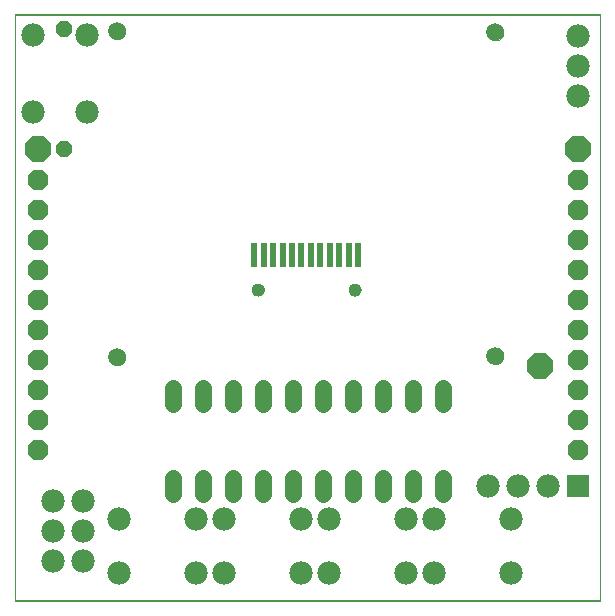
<source format=gts>
G75*
G70*
%OFA0B0*%
%FSLAX24Y24*%
%IPPOS*%
%LPD*%
%AMOC8*
5,1,8,0,0,1.08239X$1,22.5*
%
%ADD10C,0.0000*%
%ADD11R,0.0197X0.0827*%
%ADD12C,0.0434*%
%ADD13C,0.0591*%
%ADD14OC8,0.0670*%
%ADD15OC8,0.0890*%
%ADD16C,0.0560*%
%ADD17C,0.0780*%
%ADD18R,0.0780X0.0780*%
%ADD19OC8,0.0560*%
D10*
X000736Y000100D02*
X000736Y019663D01*
X020252Y019663D01*
X020250Y019628D02*
X020250Y000128D01*
X000750Y000128D01*
X000750Y019628D01*
X020250Y019628D01*
X016477Y019071D02*
X016479Y019104D01*
X016485Y019136D01*
X016494Y019167D01*
X016507Y019197D01*
X016524Y019225D01*
X016544Y019251D01*
X016567Y019275D01*
X016592Y019295D01*
X016620Y019313D01*
X016649Y019327D01*
X016680Y019337D01*
X016712Y019344D01*
X016745Y019347D01*
X016778Y019346D01*
X016810Y019341D01*
X016841Y019332D01*
X016872Y019320D01*
X016900Y019304D01*
X016927Y019285D01*
X016951Y019263D01*
X016972Y019238D01*
X016991Y019211D01*
X017006Y019182D01*
X017017Y019152D01*
X017025Y019120D01*
X017029Y019087D01*
X017029Y019055D01*
X017025Y019022D01*
X017017Y018990D01*
X017006Y018960D01*
X016991Y018931D01*
X016972Y018904D01*
X016951Y018879D01*
X016927Y018857D01*
X016900Y018838D01*
X016872Y018822D01*
X016841Y018810D01*
X016810Y018801D01*
X016778Y018796D01*
X016745Y018795D01*
X016712Y018798D01*
X016680Y018805D01*
X016649Y018815D01*
X016620Y018829D01*
X016592Y018847D01*
X016567Y018867D01*
X016544Y018891D01*
X016524Y018917D01*
X016507Y018945D01*
X016494Y018975D01*
X016485Y019006D01*
X016479Y019038D01*
X016477Y019071D01*
X011871Y010489D02*
X011873Y010516D01*
X011879Y010543D01*
X011888Y010569D01*
X011901Y010593D01*
X011917Y010616D01*
X011936Y010635D01*
X011958Y010652D01*
X011982Y010666D01*
X012007Y010676D01*
X012034Y010683D01*
X012061Y010686D01*
X012089Y010685D01*
X012116Y010680D01*
X012142Y010672D01*
X012166Y010660D01*
X012189Y010644D01*
X012210Y010626D01*
X012227Y010605D01*
X012242Y010581D01*
X012253Y010556D01*
X012261Y010530D01*
X012265Y010503D01*
X012265Y010475D01*
X012261Y010448D01*
X012253Y010422D01*
X012242Y010397D01*
X012227Y010373D01*
X012210Y010352D01*
X012189Y010334D01*
X012167Y010318D01*
X012142Y010306D01*
X012116Y010298D01*
X012089Y010293D01*
X012061Y010292D01*
X012034Y010295D01*
X012007Y010302D01*
X011982Y010312D01*
X011958Y010326D01*
X011936Y010343D01*
X011917Y010362D01*
X011901Y010385D01*
X011888Y010409D01*
X011879Y010435D01*
X011873Y010462D01*
X011871Y010489D01*
X008643Y010489D02*
X008645Y010516D01*
X008651Y010543D01*
X008660Y010569D01*
X008673Y010593D01*
X008689Y010616D01*
X008708Y010635D01*
X008730Y010652D01*
X008754Y010666D01*
X008779Y010676D01*
X008806Y010683D01*
X008833Y010686D01*
X008861Y010685D01*
X008888Y010680D01*
X008914Y010672D01*
X008938Y010660D01*
X008961Y010644D01*
X008982Y010626D01*
X008999Y010605D01*
X009014Y010581D01*
X009025Y010556D01*
X009033Y010530D01*
X009037Y010503D01*
X009037Y010475D01*
X009033Y010448D01*
X009025Y010422D01*
X009014Y010397D01*
X008999Y010373D01*
X008982Y010352D01*
X008961Y010334D01*
X008939Y010318D01*
X008914Y010306D01*
X008888Y010298D01*
X008861Y010293D01*
X008833Y010292D01*
X008806Y010295D01*
X008779Y010302D01*
X008754Y010312D01*
X008730Y010326D01*
X008708Y010343D01*
X008689Y010362D01*
X008673Y010385D01*
X008660Y010409D01*
X008651Y010435D01*
X008645Y010462D01*
X008643Y010489D01*
X003879Y008245D02*
X003881Y008278D01*
X003887Y008310D01*
X003896Y008341D01*
X003909Y008371D01*
X003926Y008399D01*
X003946Y008425D01*
X003969Y008449D01*
X003994Y008469D01*
X004022Y008487D01*
X004051Y008501D01*
X004082Y008511D01*
X004114Y008518D01*
X004147Y008521D01*
X004180Y008520D01*
X004212Y008515D01*
X004243Y008506D01*
X004274Y008494D01*
X004302Y008478D01*
X004329Y008459D01*
X004353Y008437D01*
X004374Y008412D01*
X004393Y008385D01*
X004408Y008356D01*
X004419Y008326D01*
X004427Y008294D01*
X004431Y008261D01*
X004431Y008229D01*
X004427Y008196D01*
X004419Y008164D01*
X004408Y008134D01*
X004393Y008105D01*
X004374Y008078D01*
X004353Y008053D01*
X004329Y008031D01*
X004302Y008012D01*
X004274Y007996D01*
X004243Y007984D01*
X004212Y007975D01*
X004180Y007970D01*
X004147Y007969D01*
X004114Y007972D01*
X004082Y007979D01*
X004051Y007989D01*
X004022Y008003D01*
X003994Y008021D01*
X003969Y008041D01*
X003946Y008065D01*
X003926Y008091D01*
X003909Y008119D01*
X003896Y008149D01*
X003887Y008180D01*
X003881Y008212D01*
X003879Y008245D01*
X000736Y000100D02*
X020252Y000100D01*
X016477Y008284D02*
X016479Y008317D01*
X016485Y008349D01*
X016494Y008380D01*
X016507Y008410D01*
X016524Y008438D01*
X016544Y008464D01*
X016567Y008488D01*
X016592Y008508D01*
X016620Y008526D01*
X016649Y008540D01*
X016680Y008550D01*
X016712Y008557D01*
X016745Y008560D01*
X016778Y008559D01*
X016810Y008554D01*
X016841Y008545D01*
X016872Y008533D01*
X016900Y008517D01*
X016927Y008498D01*
X016951Y008476D01*
X016972Y008451D01*
X016991Y008424D01*
X017006Y008395D01*
X017017Y008365D01*
X017025Y008333D01*
X017029Y008300D01*
X017029Y008268D01*
X017025Y008235D01*
X017017Y008203D01*
X017006Y008173D01*
X016991Y008144D01*
X016972Y008117D01*
X016951Y008092D01*
X016927Y008070D01*
X016900Y008051D01*
X016872Y008035D01*
X016841Y008023D01*
X016810Y008014D01*
X016778Y008009D01*
X016745Y008008D01*
X016712Y008011D01*
X016680Y008018D01*
X016649Y008028D01*
X016620Y008042D01*
X016592Y008060D01*
X016567Y008080D01*
X016544Y008104D01*
X016524Y008130D01*
X016507Y008158D01*
X016494Y008188D01*
X016485Y008219D01*
X016479Y008251D01*
X016477Y008284D01*
X003879Y019111D02*
X003881Y019144D01*
X003887Y019176D01*
X003896Y019207D01*
X003909Y019237D01*
X003926Y019265D01*
X003946Y019291D01*
X003969Y019315D01*
X003994Y019335D01*
X004022Y019353D01*
X004051Y019367D01*
X004082Y019377D01*
X004114Y019384D01*
X004147Y019387D01*
X004180Y019386D01*
X004212Y019381D01*
X004243Y019372D01*
X004274Y019360D01*
X004302Y019344D01*
X004329Y019325D01*
X004353Y019303D01*
X004374Y019278D01*
X004393Y019251D01*
X004408Y019222D01*
X004419Y019192D01*
X004427Y019160D01*
X004431Y019127D01*
X004431Y019095D01*
X004427Y019062D01*
X004419Y019030D01*
X004408Y019000D01*
X004393Y018971D01*
X004374Y018944D01*
X004353Y018919D01*
X004329Y018897D01*
X004302Y018878D01*
X004274Y018862D01*
X004243Y018850D01*
X004212Y018841D01*
X004180Y018836D01*
X004147Y018835D01*
X004114Y018838D01*
X004082Y018845D01*
X004051Y018855D01*
X004022Y018869D01*
X003994Y018887D01*
X003969Y018907D01*
X003946Y018931D01*
X003926Y018957D01*
X003909Y018985D01*
X003896Y019015D01*
X003887Y019046D01*
X003881Y019078D01*
X003879Y019111D01*
D11*
X008721Y011631D03*
X009036Y011631D03*
X009351Y011631D03*
X009666Y011631D03*
X009981Y011631D03*
X010296Y011631D03*
X010611Y011631D03*
X010926Y011631D03*
X011241Y011631D03*
X011556Y011631D03*
X011871Y011631D03*
X012186Y011631D03*
D12*
X012068Y010489D03*
X008840Y010489D03*
D13*
X004155Y008245D03*
X004155Y019111D03*
X016753Y019071D03*
X016753Y008284D03*
D14*
X019500Y008128D03*
X019500Y007128D03*
X019500Y006128D03*
X019500Y005128D03*
X019500Y009128D03*
X019500Y010128D03*
X019500Y011128D03*
X019500Y012128D03*
X019500Y013128D03*
X019500Y014128D03*
X001500Y014128D03*
X001500Y013128D03*
X001500Y012128D03*
X001500Y011128D03*
X001500Y010128D03*
X001500Y009128D03*
X001500Y008128D03*
X001500Y007128D03*
X001500Y006128D03*
X001500Y005128D03*
D15*
X001500Y015193D03*
X018250Y007943D03*
X019500Y015193D03*
D16*
X014998Y007203D02*
X014998Y006683D01*
X013998Y006683D02*
X013998Y007203D01*
X012998Y007203D02*
X012998Y006683D01*
X011998Y006683D02*
X011998Y007203D01*
X010998Y007203D02*
X010998Y006683D01*
X009998Y006683D02*
X009998Y007203D01*
X008998Y007203D02*
X008998Y006683D01*
X007998Y006683D02*
X007998Y007203D01*
X006998Y007203D02*
X006998Y006683D01*
X005998Y006683D02*
X005998Y007203D01*
X005998Y004203D02*
X005998Y003683D01*
X006998Y003683D02*
X006998Y004203D01*
X007998Y004203D02*
X007998Y003683D01*
X008998Y003683D02*
X008998Y004203D01*
X009998Y004203D02*
X009998Y003683D01*
X010998Y003683D02*
X010998Y004203D01*
X011998Y004203D02*
X011998Y003683D01*
X012998Y003683D02*
X012998Y004203D01*
X013998Y004203D02*
X013998Y003683D01*
X014998Y003683D02*
X014998Y004203D01*
D17*
X014720Y002833D03*
X013780Y002833D03*
X013780Y001053D03*
X014720Y001053D03*
X017280Y001053D03*
X017280Y002833D03*
X017500Y003943D03*
X016500Y003943D03*
X018500Y003943D03*
X011220Y002833D03*
X010280Y002833D03*
X010280Y001053D03*
X011220Y001053D03*
X007720Y001053D03*
X006780Y001053D03*
X006780Y002833D03*
X007720Y002833D03*
X004220Y002833D03*
X003000Y002443D03*
X003000Y003443D03*
X002000Y003443D03*
X002000Y002443D03*
X002000Y001443D03*
X003000Y001443D03*
X004220Y001053D03*
X003140Y016413D03*
X001360Y016413D03*
X001360Y018973D03*
X003140Y018973D03*
X019500Y018943D03*
X019500Y017943D03*
X019500Y016943D03*
D18*
X019500Y003943D03*
D19*
X002375Y015193D03*
X002375Y019193D03*
M02*

</source>
